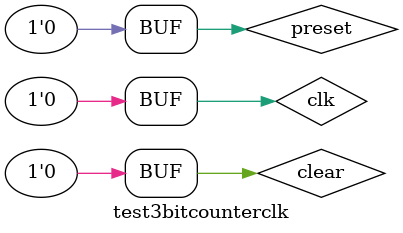
<source format=sv>
`timescale 1ns / 1ps

module test3bitcounterclk();
    logic clk;
    logic clear;
    logic preset;
    logic [2:0] counter;
    
    ThreeBitGrayCounterClk dut(clk, clear, preset, counter);
    
    initial begin
       preset <= 0;
       clear <= 1;
       #40;
       preset <= 1;
       clear <= 0;
       #40;
       preset <= 0;
    end
    
    always begin
       clk = 1; #5;
       clk = 0; #5;
    end
endmodule
</source>
